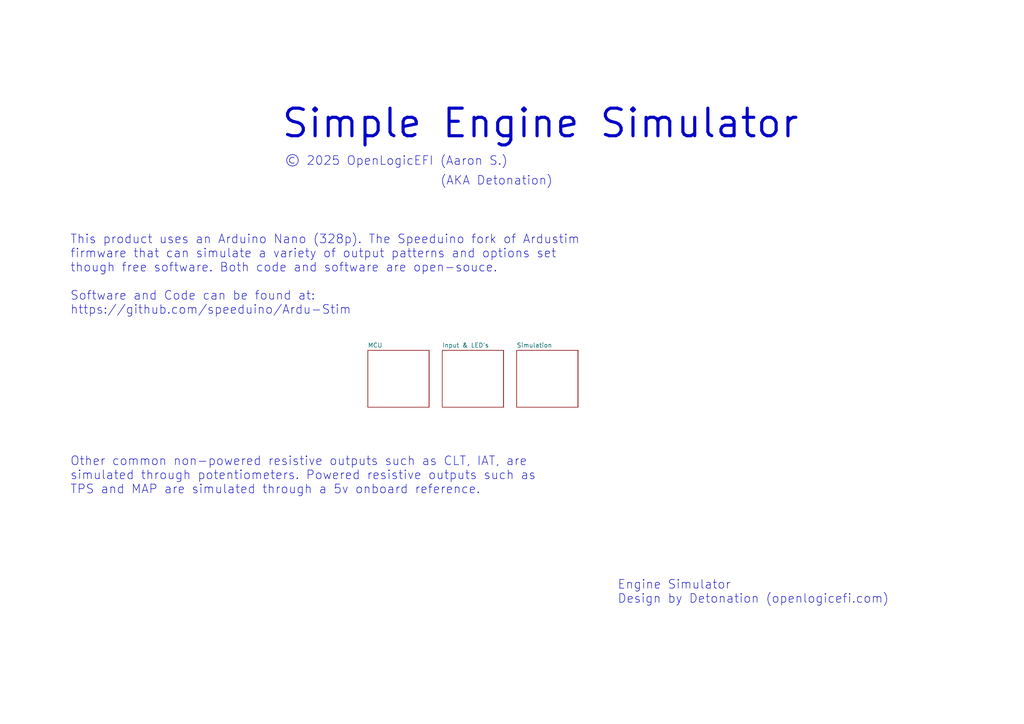
<source format=kicad_sch>
(kicad_sch
	(version 20250114)
	(generator "eeschema")
	(generator_version "9.0")
	(uuid "d1f066ce-c604-4d6e-b0fe-1875898f55f3")
	(paper "A4")
	(title_block
		(title "Engine Simulator")
		(date "2025-02-28")
		(rev "Production B2")
		(company "OpenLogicEFI")
	)
	(lib_symbols)
	(text "This product uses an Arduino Nano (328p). The Speeduino fork of Ardustim\nfirmware that can simulate a variety of output patterns and options set \nthough free software. Both code and software are open-souce.\n\nSoftware and Code can be found at:\nhttps://github.com/speeduino/Ardu-Stim"
		(exclude_from_sim no)
		(at 20.32 91.44 0)
		(effects
			(font
				(size 2.54 2.54)
			)
			(justify left bottom)
		)
		(uuid "1062b611-d252-40c1-8b73-5695c47f7817")
	)
	(text "Engine Simulator\nDesign by Detonation (openlogicefi.com)"
		(exclude_from_sim no)
		(at 179.07 175.26 0)
		(effects
			(font
				(size 2.54 2.54)
			)
			(justify left bottom)
		)
		(uuid "1eb473a7-2f4f-4a60-a38d-bf7eb1d1b80c")
	)
	(text "(AKA Detonation)"
		(exclude_from_sim no)
		(at 127.635 53.975 0)
		(effects
			(font
				(size 2.54 2.54)
			)
			(justify left bottom)
		)
		(uuid "40ca1eaf-974c-4c5c-905d-9d3609397a82")
	)
	(text "Other common non-powered resistive outputs such as CLT, IAT, are\nsimulated through potentiometers. Powered resistive outputs such as\nTPS and MAP are simulated through a 5v onboard reference."
		(exclude_from_sim no)
		(at 20.32 143.51 0)
		(effects
			(font
				(size 2.54 2.54)
			)
			(justify left bottom)
		)
		(uuid "6f222544-7312-466b-a4de-1c9086d44bc1")
	)
	(text "© 2025 OpenLogicEFI (Aaron S.)"
		(exclude_from_sim no)
		(at 82.55 48.26 0)
		(effects
			(font
				(size 2.54 2.54)
			)
			(justify left bottom)
		)
		(uuid "a391e602-ab86-4204-ac31-c91749542c5a")
	)
	(text "Simple Engine Simulator"
		(exclude_from_sim no)
		(at 81.28 40.64 0)
		(effects
			(font
				(size 8 8)
				(thickness 0.9)
				(bold yes)
			)
			(justify left bottom)
		)
		(uuid "e128d069-5406-4974-8731-c10e78d090e9")
	)
	(sheet
		(at 128.27 101.6)
		(size 17.78 16.51)
		(exclude_from_sim no)
		(in_bom yes)
		(on_board yes)
		(dnp no)
		(fields_autoplaced yes)
		(stroke
			(width 0.1524)
			(type solid)
		)
		(fill
			(color 0 0 0 0.0000)
		)
		(uuid "4a1f4502-1df4-4930-9475-ef2815b13d97")
		(property "Sheetname" "Input & LED's"
			(at 128.27 100.8884 0)
			(effects
				(font
					(size 1.27 1.27)
				)
				(justify left bottom)
			)
		)
		(property "Sheetfile" "input.kicad_sch"
			(at 128.27 118.6946 0)
			(effects
				(font
					(size 1.27 1.27)
				)
				(justify left top)
				(hide yes)
			)
		)
		(instances
			(project "Simulator"
				(path "/d1f066ce-c604-4d6e-b0fe-1875898f55f3"
					(page "3")
				)
			)
		)
	)
	(sheet
		(at 106.68 101.6)
		(size 17.78 16.51)
		(exclude_from_sim no)
		(in_bom yes)
		(on_board yes)
		(dnp no)
		(fields_autoplaced yes)
		(stroke
			(width 0.1524)
			(type solid)
		)
		(fill
			(color 0 0 0 0.0000)
		)
		(uuid "5f7b6b53-de5f-46e7-9ebf-4f1c6442c0f9")
		(property "Sheetname" "MCU"
			(at 106.68 100.8884 0)
			(effects
				(font
					(size 1.27 1.27)
				)
				(justify left bottom)
			)
		)
		(property "Sheetfile" "mcu.kicad_sch"
			(at 106.68 118.6946 0)
			(effects
				(font
					(size 1.27 1.27)
				)
				(justify left top)
				(hide yes)
			)
		)
		(instances
			(project "Simulator"
				(path "/d1f066ce-c604-4d6e-b0fe-1875898f55f3"
					(page "2")
				)
			)
		)
	)
	(sheet
		(at 149.86 101.6)
		(size 17.78 16.51)
		(exclude_from_sim no)
		(in_bom yes)
		(on_board yes)
		(dnp no)
		(fields_autoplaced yes)
		(stroke
			(width 0.1524)
			(type solid)
		)
		(fill
			(color 0 0 0 0.0000)
		)
		(uuid "f2f9b2f3-cfd3-4707-bfd8-2c2d1f573986")
		(property "Sheetname" "Simulation"
			(at 149.86 100.8884 0)
			(effects
				(font
					(size 1.27 1.27)
				)
				(justify left bottom)
			)
		)
		(property "Sheetfile" "simulation.kicad_sch"
			(at 149.86 118.6946 0)
			(effects
				(font
					(size 1.27 1.27)
				)
				(justify left top)
				(hide yes)
			)
		)
		(instances
			(project "Simulator"
				(path "/d1f066ce-c604-4d6e-b0fe-1875898f55f3"
					(page "4")
				)
			)
		)
	)
	(sheet_instances
		(path "/"
			(page "1")
		)
	)
	(embedded_fonts no)
)

</source>
